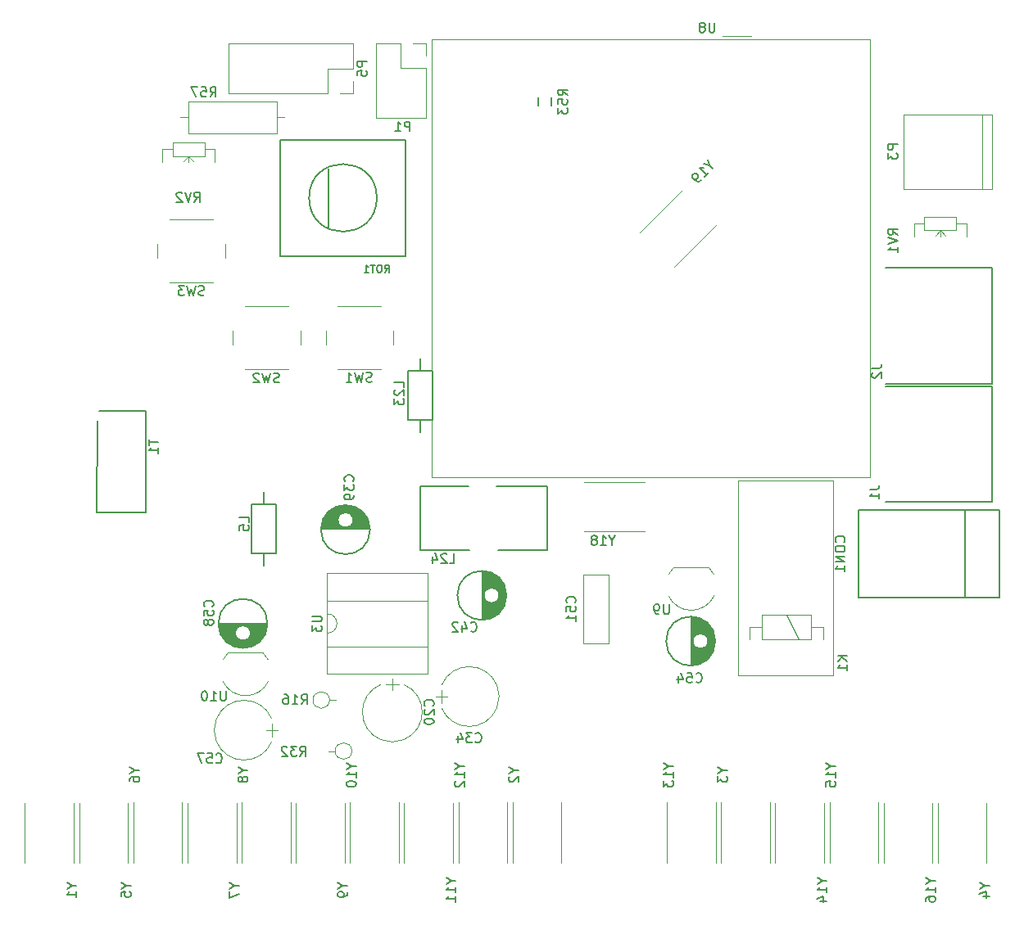
<source format=gbo>
G04 #@! TF.FileFunction,Legend,Bot*
%FSLAX46Y46*%
G04 Gerber Fmt 4.6, Leading zero omitted, Abs format (unit mm)*
G04 Created by KiCad (PCBNEW 4.0.3+e1-6302~38~ubuntu14.04.1-stable) date Sat Aug 26 04:58:37 2017*
%MOMM*%
%LPD*%
G01*
G04 APERTURE LIST*
%ADD10C,0.100000*%
%ADD11C,0.120000*%
%ADD12C,0.150000*%
%ADD13C,0.203200*%
%ADD14C,0.152400*%
G04 APERTURE END LIST*
D10*
D11*
X45200000Y-41020000D02*
X49700000Y-41020000D01*
X43950000Y-45020000D02*
X43950000Y-43520000D01*
X49700000Y-47520000D02*
X45200000Y-47520000D01*
X50950000Y-43520000D02*
X50950000Y-45020000D01*
D12*
X127450500Y-71099120D02*
X127450500Y-80100880D01*
X130950620Y-71099120D02*
X130950620Y-80100880D01*
X130950620Y-80100880D02*
X116449760Y-80100880D01*
X116449760Y-80100880D02*
X116449760Y-71099120D01*
X116449760Y-71099120D02*
X130950620Y-71099120D01*
X130250000Y-70250000D02*
X119250000Y-70250000D01*
X130250000Y-58250000D02*
X119250000Y-58250000D01*
X130250000Y-70250000D02*
X130250000Y-58250000D01*
X130250000Y-58000000D02*
X119250000Y-58000000D01*
X130250000Y-46000000D02*
X119250000Y-46000000D01*
X130250000Y-58000000D02*
X130250000Y-46000000D01*
X56220000Y-75560000D02*
X56220000Y-70480000D01*
X56220000Y-70480000D02*
X53680000Y-70480000D01*
X53680000Y-70480000D02*
X53680000Y-75560000D01*
X53680000Y-75560000D02*
X56220000Y-75560000D01*
X54950000Y-75560000D02*
X54950000Y-76830000D01*
X54950000Y-70480000D02*
X54950000Y-69210000D01*
X37730000Y-61800000D02*
X37720000Y-71300000D01*
X37720000Y-71300000D02*
X42760000Y-71300000D01*
X42760000Y-71300000D02*
X42760000Y-60790000D01*
X42760000Y-60790000D02*
X37920000Y-60790000D01*
D11*
X35325000Y-107585000D02*
X35325000Y-101335000D01*
X30275000Y-107585000D02*
X30275000Y-101335000D01*
X80675000Y-101315000D02*
X80675000Y-107565000D01*
X85725000Y-101315000D02*
X85725000Y-107565000D01*
X102225000Y-101315000D02*
X102225000Y-107565000D01*
X107275000Y-101315000D02*
X107275000Y-107565000D01*
X129675000Y-107585000D02*
X129675000Y-101335000D01*
X124625000Y-107585000D02*
X124625000Y-101335000D01*
X40925000Y-107585000D02*
X40925000Y-101335000D01*
X35875000Y-107585000D02*
X35875000Y-101335000D01*
X41475000Y-101315000D02*
X41475000Y-107565000D01*
X46525000Y-101315000D02*
X46525000Y-107565000D01*
X52125000Y-107585000D02*
X52125000Y-101335000D01*
X47075000Y-107585000D02*
X47075000Y-101335000D01*
X52675000Y-101315000D02*
X52675000Y-107565000D01*
X57725000Y-101315000D02*
X57725000Y-107565000D01*
X63325000Y-107585000D02*
X63325000Y-101335000D01*
X58275000Y-107585000D02*
X58275000Y-101335000D01*
X63875000Y-101315000D02*
X63875000Y-107565000D01*
X68925000Y-101315000D02*
X68925000Y-107565000D01*
X74525000Y-107585000D02*
X74525000Y-101335000D01*
X69475000Y-107585000D02*
X69475000Y-101335000D01*
X75075000Y-101315000D02*
X75075000Y-107565000D01*
X80125000Y-101315000D02*
X80125000Y-107565000D01*
X96625000Y-101315000D02*
X96625000Y-107565000D01*
X101675000Y-101315000D02*
X101675000Y-107565000D01*
X112875000Y-107585000D02*
X112875000Y-101335000D01*
X107825000Y-107585000D02*
X107825000Y-101335000D01*
X113425000Y-101315000D02*
X113425000Y-107565000D01*
X118475000Y-101315000D02*
X118475000Y-107565000D01*
X124075000Y-107585000D02*
X124075000Y-101335000D01*
X119025000Y-107585000D02*
X119025000Y-101335000D01*
X51280000Y-85830000D02*
X54880000Y-85830000D01*
X50755816Y-86557205D02*
G75*
G02X51280000Y-85830000I2324184J-1122795D01*
G01*
X50723600Y-88778807D02*
G75*
G03X53080000Y-90280000I2356400J1098807D01*
G01*
X55436400Y-88778807D02*
G75*
G02X53080000Y-90280000I-2356400J1098807D01*
G01*
X55404184Y-86557205D02*
G75*
G03X54880000Y-85830000I-2324184J-1122795D01*
G01*
X123240000Y-41390000D02*
X122220000Y-41390000D01*
X122220000Y-41390000D02*
X122220000Y-42790000D01*
X126540000Y-41390000D02*
X127560000Y-41390000D01*
X127560000Y-41390000D02*
X127560000Y-42790000D01*
X124890000Y-42150000D02*
X124890000Y-42790000D01*
X124890000Y-42150000D02*
X124380000Y-42660000D01*
X124890000Y-42150000D02*
X125400000Y-42660000D01*
X126540000Y-42150000D02*
X126540000Y-40750000D01*
X126540000Y-40750000D02*
X123240000Y-40750000D01*
X123240000Y-40750000D02*
X123240000Y-42150000D01*
X123240000Y-42150000D02*
X126540000Y-42150000D01*
X61510000Y-81810000D02*
X61510000Y-80440000D01*
X61510000Y-80440000D02*
X71910000Y-80440000D01*
X71910000Y-80440000D02*
X71910000Y-85180000D01*
X71910000Y-85180000D02*
X61510000Y-85180000D01*
X61510000Y-85180000D02*
X61510000Y-83810000D01*
X61510000Y-77610000D02*
X71910000Y-77610000D01*
X71910000Y-77610000D02*
X71910000Y-88010000D01*
X71910000Y-88010000D02*
X61510000Y-88010000D01*
X61510000Y-88010000D02*
X61510000Y-77610000D01*
X61510000Y-83810000D02*
G75*
G03X61510000Y-81810000I0J1000000D01*
G01*
X97340000Y-76990000D02*
X100940000Y-76990000D01*
X96815816Y-77717205D02*
G75*
G02X97340000Y-76990000I2324184J-1122795D01*
G01*
X96783600Y-79938807D02*
G75*
G03X99140000Y-81440000I2356400J1098807D01*
G01*
X101496400Y-79938807D02*
G75*
G02X99140000Y-81440000I-2356400J1098807D01*
G01*
X101464184Y-77717205D02*
G75*
G03X100940000Y-76990000I-2324184J-1122795D01*
G01*
D12*
X65899000Y-73025000D02*
X60901000Y-73025000D01*
X65891000Y-72885000D02*
X63554000Y-72885000D01*
X63246000Y-72885000D02*
X60909000Y-72885000D01*
X65875000Y-72745000D02*
X63873000Y-72745000D01*
X62927000Y-72745000D02*
X60925000Y-72745000D01*
X65851000Y-72605000D02*
X64020000Y-72605000D01*
X62780000Y-72605000D02*
X60949000Y-72605000D01*
X65818000Y-72465000D02*
X64112000Y-72465000D01*
X62688000Y-72465000D02*
X60982000Y-72465000D01*
X65777000Y-72325000D02*
X64168000Y-72325000D01*
X62632000Y-72325000D02*
X61023000Y-72325000D01*
X65727000Y-72185000D02*
X64195000Y-72185000D01*
X62605000Y-72185000D02*
X61073000Y-72185000D01*
X65666000Y-72045000D02*
X64198000Y-72045000D01*
X62602000Y-72045000D02*
X61134000Y-72045000D01*
X65596000Y-71905000D02*
X64176000Y-71905000D01*
X62624000Y-71905000D02*
X61204000Y-71905000D01*
X65514000Y-71765000D02*
X64126000Y-71765000D01*
X62674000Y-71765000D02*
X61286000Y-71765000D01*
X65419000Y-71625000D02*
X64044000Y-71625000D01*
X62756000Y-71625000D02*
X61381000Y-71625000D01*
X65308000Y-71485000D02*
X63912000Y-71485000D01*
X62888000Y-71485000D02*
X61492000Y-71485000D01*
X65180000Y-71345000D02*
X63665000Y-71345000D01*
X63135000Y-71345000D02*
X61620000Y-71345000D01*
X65031000Y-71205000D02*
X61769000Y-71205000D01*
X64852000Y-71065000D02*
X61948000Y-71065000D01*
X64633000Y-70925000D02*
X62167000Y-70925000D01*
X64344000Y-70785000D02*
X62456000Y-70785000D01*
X63872000Y-70645000D02*
X62928000Y-70645000D01*
X64200000Y-72100000D02*
G75*
G03X64200000Y-72100000I-800000J0D01*
G01*
X65937500Y-73100000D02*
G75*
G03X65937500Y-73100000I-2537500J0D01*
G01*
X50301000Y-82875000D02*
X55299000Y-82875000D01*
X50309000Y-83015000D02*
X52646000Y-83015000D01*
X52954000Y-83015000D02*
X55291000Y-83015000D01*
X50325000Y-83155000D02*
X52327000Y-83155000D01*
X53273000Y-83155000D02*
X55275000Y-83155000D01*
X50349000Y-83295000D02*
X52180000Y-83295000D01*
X53420000Y-83295000D02*
X55251000Y-83295000D01*
X50382000Y-83435000D02*
X52088000Y-83435000D01*
X53512000Y-83435000D02*
X55218000Y-83435000D01*
X50423000Y-83575000D02*
X52032000Y-83575000D01*
X53568000Y-83575000D02*
X55177000Y-83575000D01*
X50473000Y-83715000D02*
X52005000Y-83715000D01*
X53595000Y-83715000D02*
X55127000Y-83715000D01*
X50534000Y-83855000D02*
X52002000Y-83855000D01*
X53598000Y-83855000D02*
X55066000Y-83855000D01*
X50604000Y-83995000D02*
X52024000Y-83995000D01*
X53576000Y-83995000D02*
X54996000Y-83995000D01*
X50686000Y-84135000D02*
X52074000Y-84135000D01*
X53526000Y-84135000D02*
X54914000Y-84135000D01*
X50781000Y-84275000D02*
X52156000Y-84275000D01*
X53444000Y-84275000D02*
X54819000Y-84275000D01*
X50892000Y-84415000D02*
X52288000Y-84415000D01*
X53312000Y-84415000D02*
X54708000Y-84415000D01*
X51020000Y-84555000D02*
X52535000Y-84555000D01*
X53065000Y-84555000D02*
X54580000Y-84555000D01*
X51169000Y-84695000D02*
X54431000Y-84695000D01*
X51348000Y-84835000D02*
X54252000Y-84835000D01*
X51567000Y-84975000D02*
X54033000Y-84975000D01*
X51856000Y-85115000D02*
X53744000Y-85115000D01*
X52328000Y-85255000D02*
X53272000Y-85255000D01*
X53600000Y-83800000D02*
G75*
G03X53600000Y-83800000I-800000J0D01*
G01*
X55337500Y-82800000D02*
G75*
G03X55337500Y-82800000I-2537500J0D01*
G01*
X99155000Y-87129000D02*
X99155000Y-82131000D01*
X99295000Y-87121000D02*
X99295000Y-84784000D01*
X99295000Y-84476000D02*
X99295000Y-82139000D01*
X99435000Y-87105000D02*
X99435000Y-85103000D01*
X99435000Y-84157000D02*
X99435000Y-82155000D01*
X99575000Y-87081000D02*
X99575000Y-85250000D01*
X99575000Y-84010000D02*
X99575000Y-82179000D01*
X99715000Y-87048000D02*
X99715000Y-85342000D01*
X99715000Y-83918000D02*
X99715000Y-82212000D01*
X99855000Y-87007000D02*
X99855000Y-85398000D01*
X99855000Y-83862000D02*
X99855000Y-82253000D01*
X99995000Y-86957000D02*
X99995000Y-85425000D01*
X99995000Y-83835000D02*
X99995000Y-82303000D01*
X100135000Y-86896000D02*
X100135000Y-85428000D01*
X100135000Y-83832000D02*
X100135000Y-82364000D01*
X100275000Y-86826000D02*
X100275000Y-85406000D01*
X100275000Y-83854000D02*
X100275000Y-82434000D01*
X100415000Y-86744000D02*
X100415000Y-85356000D01*
X100415000Y-83904000D02*
X100415000Y-82516000D01*
X100555000Y-86649000D02*
X100555000Y-85274000D01*
X100555000Y-83986000D02*
X100555000Y-82611000D01*
X100695000Y-86538000D02*
X100695000Y-85142000D01*
X100695000Y-84118000D02*
X100695000Y-82722000D01*
X100835000Y-86410000D02*
X100835000Y-84895000D01*
X100835000Y-84365000D02*
X100835000Y-82850000D01*
X100975000Y-86261000D02*
X100975000Y-82999000D01*
X101115000Y-86082000D02*
X101115000Y-83178000D01*
X101255000Y-85863000D02*
X101255000Y-83397000D01*
X101395000Y-85574000D02*
X101395000Y-83686000D01*
X101535000Y-85102000D02*
X101535000Y-84158000D01*
X100880000Y-84630000D02*
G75*
G03X100880000Y-84630000I-800000J0D01*
G01*
X101617500Y-84630000D02*
G75*
G03X101617500Y-84630000I-2537500J0D01*
G01*
X72370000Y-61760000D02*
X72370000Y-56680000D01*
X72370000Y-56680000D02*
X69830000Y-56680000D01*
X69830000Y-56680000D02*
X69830000Y-61760000D01*
X69830000Y-61760000D02*
X72370000Y-61760000D01*
X71100000Y-61760000D02*
X71100000Y-63030000D01*
X71100000Y-56680000D02*
X71100000Y-55410000D01*
D11*
X110210000Y-84460000D02*
X108940000Y-81920000D01*
X106400000Y-83190000D02*
X105130000Y-83190000D01*
X105130000Y-83190000D02*
X105130000Y-84460000D01*
X112750000Y-84460000D02*
X112750000Y-83190000D01*
X112750000Y-83190000D02*
X111480000Y-83190000D01*
X111480000Y-83190000D02*
X111480000Y-81920000D01*
X111480000Y-81920000D02*
X106400000Y-81920000D01*
X106400000Y-81920000D02*
X106400000Y-84460000D01*
X106400000Y-84460000D02*
X111480000Y-84460000D01*
X111480000Y-84460000D02*
X111480000Y-83190000D01*
X113840000Y-88210000D02*
X113840000Y-68010000D01*
X113840000Y-68010000D02*
X104040000Y-68010000D01*
X103980000Y-68010000D02*
X103980000Y-88210000D01*
X104040000Y-88210000D02*
X113840000Y-88210000D01*
X88065000Y-73275000D02*
X94315000Y-73275000D01*
X88065000Y-68225000D02*
X94315000Y-68225000D01*
D12*
X84250000Y-68646000D02*
X79043000Y-68646000D01*
X71169000Y-68646000D02*
X76122000Y-68646000D01*
X84250000Y-75250000D02*
X79170000Y-75250000D01*
X71169000Y-75250000D02*
X76249000Y-75250000D01*
X71169000Y-75250000D02*
X71169000Y-68646000D01*
X84250000Y-68646000D02*
X84250000Y-75250000D01*
X77575000Y-82399000D02*
X77575000Y-77401000D01*
X77715000Y-82391000D02*
X77715000Y-80054000D01*
X77715000Y-79746000D02*
X77715000Y-77409000D01*
X77855000Y-82375000D02*
X77855000Y-80373000D01*
X77855000Y-79427000D02*
X77855000Y-77425000D01*
X77995000Y-82351000D02*
X77995000Y-80520000D01*
X77995000Y-79280000D02*
X77995000Y-77449000D01*
X78135000Y-82318000D02*
X78135000Y-80612000D01*
X78135000Y-79188000D02*
X78135000Y-77482000D01*
X78275000Y-82277000D02*
X78275000Y-80668000D01*
X78275000Y-79132000D02*
X78275000Y-77523000D01*
X78415000Y-82227000D02*
X78415000Y-80695000D01*
X78415000Y-79105000D02*
X78415000Y-77573000D01*
X78555000Y-82166000D02*
X78555000Y-80698000D01*
X78555000Y-79102000D02*
X78555000Y-77634000D01*
X78695000Y-82096000D02*
X78695000Y-80676000D01*
X78695000Y-79124000D02*
X78695000Y-77704000D01*
X78835000Y-82014000D02*
X78835000Y-80626000D01*
X78835000Y-79174000D02*
X78835000Y-77786000D01*
X78975000Y-81919000D02*
X78975000Y-80544000D01*
X78975000Y-79256000D02*
X78975000Y-77881000D01*
X79115000Y-81808000D02*
X79115000Y-80412000D01*
X79115000Y-79388000D02*
X79115000Y-77992000D01*
X79255000Y-81680000D02*
X79255000Y-80165000D01*
X79255000Y-79635000D02*
X79255000Y-78120000D01*
X79395000Y-81531000D02*
X79395000Y-78269000D01*
X79535000Y-81352000D02*
X79535000Y-78448000D01*
X79675000Y-81133000D02*
X79675000Y-78667000D01*
X79815000Y-80844000D02*
X79815000Y-78956000D01*
X79955000Y-80372000D02*
X79955000Y-79428000D01*
X79300000Y-79900000D02*
G75*
G03X79300000Y-79900000I-800000J0D01*
G01*
X80037500Y-79900000D02*
G75*
G03X80037500Y-79900000I-2537500J0D01*
G01*
D11*
X71720000Y-30510000D02*
X66520000Y-30510000D01*
X71720000Y-25370000D02*
X71720000Y-30510000D01*
X66520000Y-22770000D02*
X66520000Y-30510000D01*
X71720000Y-25370000D02*
X69120000Y-25370000D01*
X69120000Y-25370000D02*
X69120000Y-22770000D01*
X69120000Y-22770000D02*
X66520000Y-22770000D01*
X71720000Y-24100000D02*
X71720000Y-22770000D01*
X71720000Y-22770000D02*
X70390000Y-22770000D01*
X98228924Y-37960187D02*
X93809506Y-42379605D01*
X101799813Y-41531076D02*
X97380395Y-45950494D01*
D13*
X61640000Y-41780000D02*
X61640000Y-35780000D01*
X66640000Y-38780000D02*
G75*
G03X66640000Y-38780000I-3500000J0D01*
G01*
X69640000Y-44780000D02*
X69640000Y-32780000D01*
X69640000Y-32780000D02*
X56640000Y-32780000D01*
X56640000Y-32780000D02*
X56640000Y-44780000D01*
X56640000Y-44780000D02*
X69640000Y-44780000D01*
D11*
X129250000Y-30150000D02*
X129250000Y-37850000D01*
X130250000Y-30150000D02*
X130250000Y-37850000D01*
X130250000Y-37850000D02*
X121050000Y-37850000D01*
X121050000Y-37850000D02*
X121050000Y-30150000D01*
X121050000Y-30150000D02*
X130250000Y-30150000D01*
D12*
X83345000Y-28410000D02*
X83345000Y-29210000D01*
X84695000Y-29210000D02*
X84695000Y-28410000D01*
D11*
X62600000Y-50000000D02*
X67100000Y-50000000D01*
X61350000Y-54000000D02*
X61350000Y-52500000D01*
X67100000Y-56500000D02*
X62600000Y-56500000D01*
X68350000Y-52500000D02*
X68350000Y-54000000D01*
X53000000Y-50000000D02*
X57500000Y-50000000D01*
X51750000Y-54000000D02*
X51750000Y-52500000D01*
X57500000Y-56500000D02*
X53000000Y-56500000D01*
X58750000Y-52500000D02*
X58750000Y-54000000D01*
X67060000Y-94825818D02*
G75*
G02X67060000Y-89114181I1180000J2855818D01*
G01*
X69420000Y-94825818D02*
G75*
G03X69420000Y-89114181I-1180000J2855818D01*
G01*
X69420000Y-94825818D02*
G75*
G02X67060000Y-94825819I-1180000J2855818D01*
G01*
X68240000Y-88520000D02*
X68240000Y-89720000D01*
X67590000Y-89120000D02*
X68890000Y-89120000D01*
X79045818Y-91540000D02*
G75*
G02X73334181Y-91540000I-2855818J1180000D01*
G01*
X79045818Y-89180000D02*
G75*
G03X73334181Y-89180000I-2855818J-1180000D01*
G01*
X79045818Y-89180000D02*
G75*
G02X79045819Y-91540000I-2855818J-1180000D01*
G01*
X72740000Y-90360000D02*
X73940000Y-90360000D01*
X73340000Y-91010000D02*
X73340000Y-89710000D01*
X50064182Y-92660000D02*
G75*
G02X55775819Y-92660000I2855818J-1180000D01*
G01*
X50064182Y-95020000D02*
G75*
G03X55775819Y-95020000I2855818J1180000D01*
G01*
X50064182Y-95020000D02*
G75*
G02X50064181Y-92660000I2855818J1180000D01*
G01*
X56370000Y-93840000D02*
X55170000Y-93840000D01*
X55770000Y-93190000D02*
X55770000Y-94490000D01*
X45520000Y-33710000D02*
X44500000Y-33710000D01*
X44500000Y-33710000D02*
X44500000Y-35110000D01*
X48820000Y-33710000D02*
X49840000Y-33710000D01*
X49840000Y-33710000D02*
X49840000Y-35110000D01*
X47170000Y-34470000D02*
X47170000Y-35110000D01*
X47170000Y-34470000D02*
X46660000Y-34980000D01*
X47170000Y-34470000D02*
X47680000Y-34980000D01*
X48820000Y-34470000D02*
X48820000Y-33070000D01*
X48820000Y-33070000D02*
X45520000Y-33070000D01*
X45520000Y-33070000D02*
X45520000Y-34470000D01*
X45520000Y-34470000D02*
X48820000Y-34470000D01*
X51350000Y-28010000D02*
X51350000Y-22810000D01*
X61570000Y-28010000D02*
X51350000Y-28010000D01*
X64170000Y-22810000D02*
X51350000Y-22810000D01*
X61570000Y-28010000D02*
X61570000Y-25410000D01*
X61570000Y-25410000D02*
X64170000Y-25410000D01*
X64170000Y-25410000D02*
X64170000Y-22810000D01*
X62840000Y-28010000D02*
X64170000Y-28010000D01*
X64170000Y-28010000D02*
X64170000Y-26680000D01*
X88010000Y-77730000D02*
X88010000Y-84850000D01*
X90630000Y-77730000D02*
X90630000Y-84850000D01*
X88010000Y-77730000D02*
X90630000Y-77730000D01*
X88010000Y-84850000D02*
X90630000Y-84850000D01*
X64060000Y-96000000D02*
G75*
G03X64060000Y-96000000I-860000J0D01*
G01*
X62340000Y-96000000D02*
X61660000Y-96000000D01*
X61760000Y-90720000D02*
G75*
G03X61760000Y-90720000I-860000J0D01*
G01*
X61760000Y-90720000D02*
X62440000Y-90720000D01*
X117610000Y-67670000D02*
X72330000Y-67670000D01*
X72330000Y-22390000D02*
X72330000Y-67670000D01*
X72330000Y-22390000D02*
X117610000Y-22390000D01*
X117610000Y-22390000D02*
X117610000Y-67670000D01*
X103100000Y-22390000D02*
X102310000Y-22390000D01*
X105360000Y-22030000D02*
X102360000Y-22030000D01*
X47160000Y-32110000D02*
X47160000Y-28790000D01*
X47160000Y-28790000D02*
X56280000Y-28790000D01*
X56280000Y-28790000D02*
X56280000Y-32110000D01*
X56280000Y-32110000D02*
X47160000Y-32110000D01*
X46350000Y-30450000D02*
X47160000Y-30450000D01*
X57090000Y-30450000D02*
X56280000Y-30450000D01*
D12*
X48793333Y-48834762D02*
X48650476Y-48882381D01*
X48412380Y-48882381D01*
X48317142Y-48834762D01*
X48269523Y-48787143D01*
X48221904Y-48691905D01*
X48221904Y-48596667D01*
X48269523Y-48501429D01*
X48317142Y-48453810D01*
X48412380Y-48406190D01*
X48602857Y-48358571D01*
X48698095Y-48310952D01*
X48745714Y-48263333D01*
X48793333Y-48168095D01*
X48793333Y-48072857D01*
X48745714Y-47977619D01*
X48698095Y-47930000D01*
X48602857Y-47882381D01*
X48364761Y-47882381D01*
X48221904Y-47930000D01*
X47888571Y-47882381D02*
X47650476Y-48882381D01*
X47459999Y-48168095D01*
X47269523Y-48882381D01*
X47031428Y-47882381D01*
X46745714Y-47882381D02*
X46126666Y-47882381D01*
X46460000Y-48263333D01*
X46317142Y-48263333D01*
X46221904Y-48310952D01*
X46174285Y-48358571D01*
X46126666Y-48453810D01*
X46126666Y-48691905D01*
X46174285Y-48787143D01*
X46221904Y-48834762D01*
X46317142Y-48882381D01*
X46602857Y-48882381D01*
X46698095Y-48834762D01*
X46745714Y-48787143D01*
X114917143Y-74375715D02*
X114964762Y-74328096D01*
X115012381Y-74185239D01*
X115012381Y-74090001D01*
X114964762Y-73947143D01*
X114869524Y-73851905D01*
X114774286Y-73804286D01*
X114583810Y-73756667D01*
X114440952Y-73756667D01*
X114250476Y-73804286D01*
X114155238Y-73851905D01*
X114060000Y-73947143D01*
X114012381Y-74090001D01*
X114012381Y-74185239D01*
X114060000Y-74328096D01*
X114107619Y-74375715D01*
X114012381Y-74994762D02*
X114012381Y-75185239D01*
X114060000Y-75280477D01*
X114155238Y-75375715D01*
X114345714Y-75423334D01*
X114679048Y-75423334D01*
X114869524Y-75375715D01*
X114964762Y-75280477D01*
X115012381Y-75185239D01*
X115012381Y-74994762D01*
X114964762Y-74899524D01*
X114869524Y-74804286D01*
X114679048Y-74756667D01*
X114345714Y-74756667D01*
X114155238Y-74804286D01*
X114060000Y-74899524D01*
X114012381Y-74994762D01*
X115012381Y-75851905D02*
X114012381Y-75851905D01*
X115012381Y-76423334D01*
X114012381Y-76423334D01*
X115012381Y-77423334D02*
X115012381Y-76851905D01*
X115012381Y-77137619D02*
X114012381Y-77137619D01*
X114155238Y-77042381D01*
X114250476Y-76947143D01*
X114298095Y-76851905D01*
X117572381Y-68916667D02*
X118286667Y-68916667D01*
X118429524Y-68869047D01*
X118524762Y-68773809D01*
X118572381Y-68630952D01*
X118572381Y-68535714D01*
X118572381Y-69916667D02*
X118572381Y-69345238D01*
X118572381Y-69630952D02*
X117572381Y-69630952D01*
X117715238Y-69535714D01*
X117810476Y-69440476D01*
X117858095Y-69345238D01*
X117812381Y-56416667D02*
X118526667Y-56416667D01*
X118669524Y-56369047D01*
X118764762Y-56273809D01*
X118812381Y-56130952D01*
X118812381Y-56035714D01*
X117907619Y-56845238D02*
X117860000Y-56892857D01*
X117812381Y-56988095D01*
X117812381Y-57226191D01*
X117860000Y-57321429D01*
X117907619Y-57369048D01*
X118002857Y-57416667D01*
X118098095Y-57416667D01*
X118240952Y-57369048D01*
X118812381Y-56797619D01*
X118812381Y-57416667D01*
X53427381Y-72333334D02*
X53427381Y-71857143D01*
X52427381Y-71857143D01*
X52427381Y-73142858D02*
X52427381Y-72666667D01*
X52903571Y-72619048D01*
X52855952Y-72666667D01*
X52808333Y-72761905D01*
X52808333Y-73000001D01*
X52855952Y-73095239D01*
X52903571Y-73142858D01*
X52998810Y-73190477D01*
X53236905Y-73190477D01*
X53332143Y-73142858D01*
X53379762Y-73095239D01*
X53427381Y-73000001D01*
X53427381Y-72761905D01*
X53379762Y-72666667D01*
X53332143Y-72619048D01*
X43072381Y-63778095D02*
X43072381Y-64349524D01*
X44072381Y-64063809D02*
X43072381Y-64063809D01*
X44072381Y-65206667D02*
X44072381Y-64635238D01*
X44072381Y-64920952D02*
X43072381Y-64920952D01*
X43215238Y-64825714D01*
X43310476Y-64730476D01*
X43358095Y-64635238D01*
X35126190Y-109923809D02*
X35602381Y-109923809D01*
X34602381Y-109590476D02*
X35126190Y-109923809D01*
X34602381Y-110257143D01*
X35602381Y-111114286D02*
X35602381Y-110542857D01*
X35602381Y-110828571D02*
X34602381Y-110828571D01*
X34745238Y-110733333D01*
X34840476Y-110638095D01*
X34888095Y-110542857D01*
X80826190Y-98023809D02*
X81302381Y-98023809D01*
X80302381Y-97690476D02*
X80826190Y-98023809D01*
X80302381Y-98357143D01*
X80397619Y-98642857D02*
X80350000Y-98690476D01*
X80302381Y-98785714D01*
X80302381Y-99023810D01*
X80350000Y-99119048D01*
X80397619Y-99166667D01*
X80492857Y-99214286D01*
X80588095Y-99214286D01*
X80730952Y-99166667D01*
X81302381Y-98595238D01*
X81302381Y-99214286D01*
X102376190Y-98023809D02*
X102852381Y-98023809D01*
X101852381Y-97690476D02*
X102376190Y-98023809D01*
X101852381Y-98357143D01*
X101852381Y-98595238D02*
X101852381Y-99214286D01*
X102233333Y-98880952D01*
X102233333Y-99023810D01*
X102280952Y-99119048D01*
X102328571Y-99166667D01*
X102423810Y-99214286D01*
X102661905Y-99214286D01*
X102757143Y-99166667D01*
X102804762Y-99119048D01*
X102852381Y-99023810D01*
X102852381Y-98738095D01*
X102804762Y-98642857D01*
X102757143Y-98595238D01*
X129476190Y-109923809D02*
X129952381Y-109923809D01*
X128952381Y-109590476D02*
X129476190Y-109923809D01*
X128952381Y-110257143D01*
X129285714Y-111019048D02*
X129952381Y-111019048D01*
X128904762Y-110780952D02*
X129619048Y-110542857D01*
X129619048Y-111161905D01*
X40726190Y-109923809D02*
X41202381Y-109923809D01*
X40202381Y-109590476D02*
X40726190Y-109923809D01*
X40202381Y-110257143D01*
X40202381Y-111066667D02*
X40202381Y-110590476D01*
X40678571Y-110542857D01*
X40630952Y-110590476D01*
X40583333Y-110685714D01*
X40583333Y-110923810D01*
X40630952Y-111019048D01*
X40678571Y-111066667D01*
X40773810Y-111114286D01*
X41011905Y-111114286D01*
X41107143Y-111066667D01*
X41154762Y-111019048D01*
X41202381Y-110923810D01*
X41202381Y-110685714D01*
X41154762Y-110590476D01*
X41107143Y-110542857D01*
X41626190Y-98023809D02*
X42102381Y-98023809D01*
X41102381Y-97690476D02*
X41626190Y-98023809D01*
X41102381Y-98357143D01*
X41102381Y-99119048D02*
X41102381Y-98928571D01*
X41150000Y-98833333D01*
X41197619Y-98785714D01*
X41340476Y-98690476D01*
X41530952Y-98642857D01*
X41911905Y-98642857D01*
X42007143Y-98690476D01*
X42054762Y-98738095D01*
X42102381Y-98833333D01*
X42102381Y-99023810D01*
X42054762Y-99119048D01*
X42007143Y-99166667D01*
X41911905Y-99214286D01*
X41673810Y-99214286D01*
X41578571Y-99166667D01*
X41530952Y-99119048D01*
X41483333Y-99023810D01*
X41483333Y-98833333D01*
X41530952Y-98738095D01*
X41578571Y-98690476D01*
X41673810Y-98642857D01*
X51926190Y-109923809D02*
X52402381Y-109923809D01*
X51402381Y-109590476D02*
X51926190Y-109923809D01*
X51402381Y-110257143D01*
X51402381Y-110495238D02*
X51402381Y-111161905D01*
X52402381Y-110733333D01*
X52826190Y-98023809D02*
X53302381Y-98023809D01*
X52302381Y-97690476D02*
X52826190Y-98023809D01*
X52302381Y-98357143D01*
X52730952Y-98833333D02*
X52683333Y-98738095D01*
X52635714Y-98690476D01*
X52540476Y-98642857D01*
X52492857Y-98642857D01*
X52397619Y-98690476D01*
X52350000Y-98738095D01*
X52302381Y-98833333D01*
X52302381Y-99023810D01*
X52350000Y-99119048D01*
X52397619Y-99166667D01*
X52492857Y-99214286D01*
X52540476Y-99214286D01*
X52635714Y-99166667D01*
X52683333Y-99119048D01*
X52730952Y-99023810D01*
X52730952Y-98833333D01*
X52778571Y-98738095D01*
X52826190Y-98690476D01*
X52921429Y-98642857D01*
X53111905Y-98642857D01*
X53207143Y-98690476D01*
X53254762Y-98738095D01*
X53302381Y-98833333D01*
X53302381Y-99023810D01*
X53254762Y-99119048D01*
X53207143Y-99166667D01*
X53111905Y-99214286D01*
X52921429Y-99214286D01*
X52826190Y-99166667D01*
X52778571Y-99119048D01*
X52730952Y-99023810D01*
X63126190Y-109923809D02*
X63602381Y-109923809D01*
X62602381Y-109590476D02*
X63126190Y-109923809D01*
X62602381Y-110257143D01*
X63602381Y-110638095D02*
X63602381Y-110828571D01*
X63554762Y-110923810D01*
X63507143Y-110971429D01*
X63364286Y-111066667D01*
X63173810Y-111114286D01*
X62792857Y-111114286D01*
X62697619Y-111066667D01*
X62650000Y-111019048D01*
X62602381Y-110923810D01*
X62602381Y-110733333D01*
X62650000Y-110638095D01*
X62697619Y-110590476D01*
X62792857Y-110542857D01*
X63030952Y-110542857D01*
X63126190Y-110590476D01*
X63173810Y-110638095D01*
X63221429Y-110733333D01*
X63221429Y-110923810D01*
X63173810Y-111019048D01*
X63126190Y-111066667D01*
X63030952Y-111114286D01*
X64026190Y-97547619D02*
X64502381Y-97547619D01*
X63502381Y-97214286D02*
X64026190Y-97547619D01*
X63502381Y-97880953D01*
X64502381Y-98738096D02*
X64502381Y-98166667D01*
X64502381Y-98452381D02*
X63502381Y-98452381D01*
X63645238Y-98357143D01*
X63740476Y-98261905D01*
X63788095Y-98166667D01*
X63502381Y-99357143D02*
X63502381Y-99452382D01*
X63550000Y-99547620D01*
X63597619Y-99595239D01*
X63692857Y-99642858D01*
X63883333Y-99690477D01*
X64121429Y-99690477D01*
X64311905Y-99642858D01*
X64407143Y-99595239D01*
X64454762Y-99547620D01*
X64502381Y-99452382D01*
X64502381Y-99357143D01*
X64454762Y-99261905D01*
X64407143Y-99214286D01*
X64311905Y-99166667D01*
X64121429Y-99119048D01*
X63883333Y-99119048D01*
X63692857Y-99166667D01*
X63597619Y-99214286D01*
X63550000Y-99261905D01*
X63502381Y-99357143D01*
X74326190Y-109447619D02*
X74802381Y-109447619D01*
X73802381Y-109114286D02*
X74326190Y-109447619D01*
X73802381Y-109780953D01*
X74802381Y-110638096D02*
X74802381Y-110066667D01*
X74802381Y-110352381D02*
X73802381Y-110352381D01*
X73945238Y-110257143D01*
X74040476Y-110161905D01*
X74088095Y-110066667D01*
X74802381Y-111590477D02*
X74802381Y-111019048D01*
X74802381Y-111304762D02*
X73802381Y-111304762D01*
X73945238Y-111209524D01*
X74040476Y-111114286D01*
X74088095Y-111019048D01*
X75226190Y-97547619D02*
X75702381Y-97547619D01*
X74702381Y-97214286D02*
X75226190Y-97547619D01*
X74702381Y-97880953D01*
X75702381Y-98738096D02*
X75702381Y-98166667D01*
X75702381Y-98452381D02*
X74702381Y-98452381D01*
X74845238Y-98357143D01*
X74940476Y-98261905D01*
X74988095Y-98166667D01*
X74797619Y-99119048D02*
X74750000Y-99166667D01*
X74702381Y-99261905D01*
X74702381Y-99500001D01*
X74750000Y-99595239D01*
X74797619Y-99642858D01*
X74892857Y-99690477D01*
X74988095Y-99690477D01*
X75130952Y-99642858D01*
X75702381Y-99071429D01*
X75702381Y-99690477D01*
X96776190Y-97547619D02*
X97252381Y-97547619D01*
X96252381Y-97214286D02*
X96776190Y-97547619D01*
X96252381Y-97880953D01*
X97252381Y-98738096D02*
X97252381Y-98166667D01*
X97252381Y-98452381D02*
X96252381Y-98452381D01*
X96395238Y-98357143D01*
X96490476Y-98261905D01*
X96538095Y-98166667D01*
X96252381Y-99071429D02*
X96252381Y-99690477D01*
X96633333Y-99357143D01*
X96633333Y-99500001D01*
X96680952Y-99595239D01*
X96728571Y-99642858D01*
X96823810Y-99690477D01*
X97061905Y-99690477D01*
X97157143Y-99642858D01*
X97204762Y-99595239D01*
X97252381Y-99500001D01*
X97252381Y-99214286D01*
X97204762Y-99119048D01*
X97157143Y-99071429D01*
X112676190Y-109447619D02*
X113152381Y-109447619D01*
X112152381Y-109114286D02*
X112676190Y-109447619D01*
X112152381Y-109780953D01*
X113152381Y-110638096D02*
X113152381Y-110066667D01*
X113152381Y-110352381D02*
X112152381Y-110352381D01*
X112295238Y-110257143D01*
X112390476Y-110161905D01*
X112438095Y-110066667D01*
X112485714Y-111495239D02*
X113152381Y-111495239D01*
X112104762Y-111257143D02*
X112819048Y-111019048D01*
X112819048Y-111638096D01*
X113576190Y-97547619D02*
X114052381Y-97547619D01*
X113052381Y-97214286D02*
X113576190Y-97547619D01*
X113052381Y-97880953D01*
X114052381Y-98738096D02*
X114052381Y-98166667D01*
X114052381Y-98452381D02*
X113052381Y-98452381D01*
X113195238Y-98357143D01*
X113290476Y-98261905D01*
X113338095Y-98166667D01*
X113052381Y-99642858D02*
X113052381Y-99166667D01*
X113528571Y-99119048D01*
X113480952Y-99166667D01*
X113433333Y-99261905D01*
X113433333Y-99500001D01*
X113480952Y-99595239D01*
X113528571Y-99642858D01*
X113623810Y-99690477D01*
X113861905Y-99690477D01*
X113957143Y-99642858D01*
X114004762Y-99595239D01*
X114052381Y-99500001D01*
X114052381Y-99261905D01*
X114004762Y-99166667D01*
X113957143Y-99119048D01*
X123876190Y-109447619D02*
X124352381Y-109447619D01*
X123352381Y-109114286D02*
X123876190Y-109447619D01*
X123352381Y-109780953D01*
X124352381Y-110638096D02*
X124352381Y-110066667D01*
X124352381Y-110352381D02*
X123352381Y-110352381D01*
X123495238Y-110257143D01*
X123590476Y-110161905D01*
X123638095Y-110066667D01*
X123352381Y-111495239D02*
X123352381Y-111304762D01*
X123400000Y-111209524D01*
X123447619Y-111161905D01*
X123590476Y-111066667D01*
X123780952Y-111019048D01*
X124161905Y-111019048D01*
X124257143Y-111066667D01*
X124304762Y-111114286D01*
X124352381Y-111209524D01*
X124352381Y-111400001D01*
X124304762Y-111495239D01*
X124257143Y-111542858D01*
X124161905Y-111590477D01*
X123923810Y-111590477D01*
X123828571Y-111542858D01*
X123780952Y-111495239D01*
X123733333Y-111400001D01*
X123733333Y-111209524D01*
X123780952Y-111114286D01*
X123828571Y-111066667D01*
X123923810Y-111019048D01*
X51058095Y-89772381D02*
X51058095Y-90581905D01*
X51010476Y-90677143D01*
X50962857Y-90724762D01*
X50867619Y-90772381D01*
X50677142Y-90772381D01*
X50581904Y-90724762D01*
X50534285Y-90677143D01*
X50486666Y-90581905D01*
X50486666Y-89772381D01*
X49486666Y-90772381D02*
X50058095Y-90772381D01*
X49772381Y-90772381D02*
X49772381Y-89772381D01*
X49867619Y-89915238D01*
X49962857Y-90010476D01*
X50058095Y-90058095D01*
X48867619Y-89772381D02*
X48772380Y-89772381D01*
X48677142Y-89820000D01*
X48629523Y-89867619D01*
X48581904Y-89962857D01*
X48534285Y-90153333D01*
X48534285Y-90391429D01*
X48581904Y-90581905D01*
X48629523Y-90677143D01*
X48677142Y-90724762D01*
X48772380Y-90772381D01*
X48867619Y-90772381D01*
X48962857Y-90724762D01*
X49010476Y-90677143D01*
X49058095Y-90581905D01*
X49105714Y-90391429D01*
X49105714Y-90153333D01*
X49058095Y-89962857D01*
X49010476Y-89867619D01*
X48962857Y-89820000D01*
X48867619Y-89772381D01*
X120482381Y-42614762D02*
X120006190Y-42281428D01*
X120482381Y-42043333D02*
X119482381Y-42043333D01*
X119482381Y-42424286D01*
X119530000Y-42519524D01*
X119577619Y-42567143D01*
X119672857Y-42614762D01*
X119815714Y-42614762D01*
X119910952Y-42567143D01*
X119958571Y-42519524D01*
X120006190Y-42424286D01*
X120006190Y-42043333D01*
X119482381Y-42900476D02*
X120482381Y-43233809D01*
X119482381Y-43567143D01*
X120482381Y-44424286D02*
X120482381Y-43852857D01*
X120482381Y-44138571D02*
X119482381Y-44138571D01*
X119625238Y-44043333D01*
X119720476Y-43948095D01*
X119768095Y-43852857D01*
X59962381Y-82048095D02*
X60771905Y-82048095D01*
X60867143Y-82095714D01*
X60914762Y-82143333D01*
X60962381Y-82238571D01*
X60962381Y-82429048D01*
X60914762Y-82524286D01*
X60867143Y-82571905D01*
X60771905Y-82619524D01*
X59962381Y-82619524D01*
X59962381Y-83000476D02*
X59962381Y-83619524D01*
X60343333Y-83286190D01*
X60343333Y-83429048D01*
X60390952Y-83524286D01*
X60438571Y-83571905D01*
X60533810Y-83619524D01*
X60771905Y-83619524D01*
X60867143Y-83571905D01*
X60914762Y-83524286D01*
X60962381Y-83429048D01*
X60962381Y-83143333D01*
X60914762Y-83048095D01*
X60867143Y-83000476D01*
X96851905Y-80832381D02*
X96851905Y-81641905D01*
X96804286Y-81737143D01*
X96756667Y-81784762D01*
X96661429Y-81832381D01*
X96470952Y-81832381D01*
X96375714Y-81784762D01*
X96328095Y-81737143D01*
X96280476Y-81641905D01*
X96280476Y-80832381D01*
X95756667Y-81832381D02*
X95566191Y-81832381D01*
X95470952Y-81784762D01*
X95423333Y-81737143D01*
X95328095Y-81594286D01*
X95280476Y-81403810D01*
X95280476Y-81022857D01*
X95328095Y-80927619D01*
X95375714Y-80880000D01*
X95470952Y-80832381D01*
X95661429Y-80832381D01*
X95756667Y-80880000D01*
X95804286Y-80927619D01*
X95851905Y-81022857D01*
X95851905Y-81260952D01*
X95804286Y-81356190D01*
X95756667Y-81403810D01*
X95661429Y-81451429D01*
X95470952Y-81451429D01*
X95375714Y-81403810D01*
X95328095Y-81356190D01*
X95280476Y-81260952D01*
X64157143Y-68082143D02*
X64204762Y-68034524D01*
X64252381Y-67891667D01*
X64252381Y-67796429D01*
X64204762Y-67653571D01*
X64109524Y-67558333D01*
X64014286Y-67510714D01*
X63823810Y-67463095D01*
X63680952Y-67463095D01*
X63490476Y-67510714D01*
X63395238Y-67558333D01*
X63300000Y-67653571D01*
X63252381Y-67796429D01*
X63252381Y-67891667D01*
X63300000Y-68034524D01*
X63347619Y-68082143D01*
X63252381Y-68415476D02*
X63252381Y-69034524D01*
X63633333Y-68701190D01*
X63633333Y-68844048D01*
X63680952Y-68939286D01*
X63728571Y-68986905D01*
X63823810Y-69034524D01*
X64061905Y-69034524D01*
X64157143Y-68986905D01*
X64204762Y-68939286D01*
X64252381Y-68844048D01*
X64252381Y-68558333D01*
X64204762Y-68463095D01*
X64157143Y-68415476D01*
X64252381Y-69510714D02*
X64252381Y-69701190D01*
X64204762Y-69796429D01*
X64157143Y-69844048D01*
X64014286Y-69939286D01*
X63823810Y-69986905D01*
X63442857Y-69986905D01*
X63347619Y-69939286D01*
X63300000Y-69891667D01*
X63252381Y-69796429D01*
X63252381Y-69605952D01*
X63300000Y-69510714D01*
X63347619Y-69463095D01*
X63442857Y-69415476D01*
X63680952Y-69415476D01*
X63776190Y-69463095D01*
X63823810Y-69510714D01*
X63871429Y-69605952D01*
X63871429Y-69796429D01*
X63823810Y-69891667D01*
X63776190Y-69939286D01*
X63680952Y-69986905D01*
X49657143Y-81057143D02*
X49704762Y-81009524D01*
X49752381Y-80866667D01*
X49752381Y-80771429D01*
X49704762Y-80628571D01*
X49609524Y-80533333D01*
X49514286Y-80485714D01*
X49323810Y-80438095D01*
X49180952Y-80438095D01*
X48990476Y-80485714D01*
X48895238Y-80533333D01*
X48800000Y-80628571D01*
X48752381Y-80771429D01*
X48752381Y-80866667D01*
X48800000Y-81009524D01*
X48847619Y-81057143D01*
X48752381Y-81961905D02*
X48752381Y-81485714D01*
X49228571Y-81438095D01*
X49180952Y-81485714D01*
X49133333Y-81580952D01*
X49133333Y-81819048D01*
X49180952Y-81914286D01*
X49228571Y-81961905D01*
X49323810Y-82009524D01*
X49561905Y-82009524D01*
X49657143Y-81961905D01*
X49704762Y-81914286D01*
X49752381Y-81819048D01*
X49752381Y-81580952D01*
X49704762Y-81485714D01*
X49657143Y-81438095D01*
X49180952Y-82580952D02*
X49133333Y-82485714D01*
X49085714Y-82438095D01*
X48990476Y-82390476D01*
X48942857Y-82390476D01*
X48847619Y-82438095D01*
X48800000Y-82485714D01*
X48752381Y-82580952D01*
X48752381Y-82771429D01*
X48800000Y-82866667D01*
X48847619Y-82914286D01*
X48942857Y-82961905D01*
X48990476Y-82961905D01*
X49085714Y-82914286D01*
X49133333Y-82866667D01*
X49180952Y-82771429D01*
X49180952Y-82580952D01*
X49228571Y-82485714D01*
X49276190Y-82438095D01*
X49371429Y-82390476D01*
X49561905Y-82390476D01*
X49657143Y-82438095D01*
X49704762Y-82485714D01*
X49752381Y-82580952D01*
X49752381Y-82771429D01*
X49704762Y-82866667D01*
X49657143Y-82914286D01*
X49561905Y-82961905D01*
X49371429Y-82961905D01*
X49276190Y-82914286D01*
X49228571Y-82866667D01*
X49180952Y-82771429D01*
X99622857Y-88827143D02*
X99670476Y-88874762D01*
X99813333Y-88922381D01*
X99908571Y-88922381D01*
X100051429Y-88874762D01*
X100146667Y-88779524D01*
X100194286Y-88684286D01*
X100241905Y-88493810D01*
X100241905Y-88350952D01*
X100194286Y-88160476D01*
X100146667Y-88065238D01*
X100051429Y-87970000D01*
X99908571Y-87922381D01*
X99813333Y-87922381D01*
X99670476Y-87970000D01*
X99622857Y-88017619D01*
X98718095Y-87922381D02*
X99194286Y-87922381D01*
X99241905Y-88398571D01*
X99194286Y-88350952D01*
X99099048Y-88303333D01*
X98860952Y-88303333D01*
X98765714Y-88350952D01*
X98718095Y-88398571D01*
X98670476Y-88493810D01*
X98670476Y-88731905D01*
X98718095Y-88827143D01*
X98765714Y-88874762D01*
X98860952Y-88922381D01*
X99099048Y-88922381D01*
X99194286Y-88874762D01*
X99241905Y-88827143D01*
X97813333Y-88255714D02*
X97813333Y-88922381D01*
X98051429Y-87874762D02*
X98289524Y-88589048D01*
X97670476Y-88589048D01*
X69452381Y-58357143D02*
X69452381Y-57880952D01*
X68452381Y-57880952D01*
X68547619Y-58642857D02*
X68500000Y-58690476D01*
X68452381Y-58785714D01*
X68452381Y-59023810D01*
X68500000Y-59119048D01*
X68547619Y-59166667D01*
X68642857Y-59214286D01*
X68738095Y-59214286D01*
X68880952Y-59166667D01*
X69452381Y-58595238D01*
X69452381Y-59214286D01*
X68452381Y-59547619D02*
X68452381Y-60166667D01*
X68833333Y-59833333D01*
X68833333Y-59976191D01*
X68880952Y-60071429D01*
X68928571Y-60119048D01*
X69023810Y-60166667D01*
X69261905Y-60166667D01*
X69357143Y-60119048D01*
X69404762Y-60071429D01*
X69452381Y-59976191D01*
X69452381Y-59690476D01*
X69404762Y-59595238D01*
X69357143Y-59547619D01*
X115267381Y-86126905D02*
X114267381Y-86126905D01*
X115267381Y-86698334D02*
X114695952Y-86269762D01*
X114267381Y-86698334D02*
X114838810Y-86126905D01*
X115267381Y-87650715D02*
X115267381Y-87079286D01*
X115267381Y-87365000D02*
X114267381Y-87365000D01*
X114410238Y-87269762D01*
X114505476Y-87174524D01*
X114553095Y-87079286D01*
X90952381Y-74226190D02*
X90952381Y-74702381D01*
X91285714Y-73702381D02*
X90952381Y-74226190D01*
X90619047Y-73702381D01*
X89761904Y-74702381D02*
X90333333Y-74702381D01*
X90047619Y-74702381D02*
X90047619Y-73702381D01*
X90142857Y-73845238D01*
X90238095Y-73940476D01*
X90333333Y-73988095D01*
X89190476Y-74130952D02*
X89285714Y-74083333D01*
X89333333Y-74035714D01*
X89380952Y-73940476D01*
X89380952Y-73892857D01*
X89333333Y-73797619D01*
X89285714Y-73750000D01*
X89190476Y-73702381D01*
X88999999Y-73702381D01*
X88904761Y-73750000D01*
X88857142Y-73797619D01*
X88809523Y-73892857D01*
X88809523Y-73940476D01*
X88857142Y-74035714D01*
X88904761Y-74083333D01*
X88999999Y-74130952D01*
X89190476Y-74130952D01*
X89285714Y-74178571D01*
X89333333Y-74226190D01*
X89380952Y-74321429D01*
X89380952Y-74511905D01*
X89333333Y-74607143D01*
X89285714Y-74654762D01*
X89190476Y-74702381D01*
X88999999Y-74702381D01*
X88904761Y-74654762D01*
X88857142Y-74607143D01*
X88809523Y-74511905D01*
X88809523Y-74321429D01*
X88857142Y-74226190D01*
X88904761Y-74178571D01*
X88999999Y-74130952D01*
X74142857Y-76552381D02*
X74619048Y-76552381D01*
X74619048Y-75552381D01*
X73857143Y-75647619D02*
X73809524Y-75600000D01*
X73714286Y-75552381D01*
X73476190Y-75552381D01*
X73380952Y-75600000D01*
X73333333Y-75647619D01*
X73285714Y-75742857D01*
X73285714Y-75838095D01*
X73333333Y-75980952D01*
X73904762Y-76552381D01*
X73285714Y-76552381D01*
X72428571Y-75885714D02*
X72428571Y-76552381D01*
X72666667Y-75504762D02*
X72904762Y-76219048D01*
X72285714Y-76219048D01*
X76342857Y-83557143D02*
X76390476Y-83604762D01*
X76533333Y-83652381D01*
X76628571Y-83652381D01*
X76771429Y-83604762D01*
X76866667Y-83509524D01*
X76914286Y-83414286D01*
X76961905Y-83223810D01*
X76961905Y-83080952D01*
X76914286Y-82890476D01*
X76866667Y-82795238D01*
X76771429Y-82700000D01*
X76628571Y-82652381D01*
X76533333Y-82652381D01*
X76390476Y-82700000D01*
X76342857Y-82747619D01*
X75485714Y-82985714D02*
X75485714Y-83652381D01*
X75723810Y-82604762D02*
X75961905Y-83319048D01*
X75342857Y-83319048D01*
X75009524Y-82747619D02*
X74961905Y-82700000D01*
X74866667Y-82652381D01*
X74628571Y-82652381D01*
X74533333Y-82700000D01*
X74485714Y-82747619D01*
X74438095Y-82842857D01*
X74438095Y-82938095D01*
X74485714Y-83080952D01*
X75057143Y-83652381D01*
X74438095Y-83652381D01*
X70058095Y-31892381D02*
X70058095Y-30892381D01*
X69677142Y-30892381D01*
X69581904Y-30940000D01*
X69534285Y-30987619D01*
X69486666Y-31082857D01*
X69486666Y-31225714D01*
X69534285Y-31320952D01*
X69581904Y-31368571D01*
X69677142Y-31416190D01*
X70058095Y-31416190D01*
X68534285Y-31892381D02*
X69105714Y-31892381D01*
X68820000Y-31892381D02*
X68820000Y-30892381D01*
X68915238Y-31035238D01*
X69010476Y-31130476D01*
X69105714Y-31178095D01*
X100999772Y-35403154D02*
X101336490Y-35739872D01*
X100865085Y-34797063D02*
X100999772Y-35403154D01*
X100393680Y-35268468D01*
X100494695Y-36581666D02*
X100898757Y-36177605D01*
X100696726Y-36379635D02*
X99989620Y-35672528D01*
X100157978Y-35706200D01*
X100292665Y-35706200D01*
X100393680Y-35672528D01*
X100157978Y-36918383D02*
X100023291Y-37053070D01*
X99922275Y-37086742D01*
X99854932Y-37086742D01*
X99686573Y-37053071D01*
X99518215Y-36952056D01*
X99248840Y-36682681D01*
X99215169Y-36581666D01*
X99215169Y-36514323D01*
X99248840Y-36413307D01*
X99383528Y-36278620D01*
X99484543Y-36244948D01*
X99551887Y-36244948D01*
X99652902Y-36278620D01*
X99821260Y-36446978D01*
X99854932Y-36547994D01*
X99854933Y-36615338D01*
X99821261Y-36716353D01*
X99686573Y-36851040D01*
X99585558Y-36884712D01*
X99518214Y-36884711D01*
X99417199Y-36851040D01*
D14*
X67456428Y-46474714D02*
X67710428Y-46111857D01*
X67891856Y-46474714D02*
X67891856Y-45712714D01*
X67601571Y-45712714D01*
X67528999Y-45749000D01*
X67492714Y-45785286D01*
X67456428Y-45857857D01*
X67456428Y-45966714D01*
X67492714Y-46039286D01*
X67528999Y-46075571D01*
X67601571Y-46111857D01*
X67891856Y-46111857D01*
X66984714Y-45712714D02*
X66839571Y-45712714D01*
X66766999Y-45749000D01*
X66694428Y-45821571D01*
X66658142Y-45966714D01*
X66658142Y-46220714D01*
X66694428Y-46365857D01*
X66766999Y-46438429D01*
X66839571Y-46474714D01*
X66984714Y-46474714D01*
X67057285Y-46438429D01*
X67129856Y-46365857D01*
X67166142Y-46220714D01*
X67166142Y-45966714D01*
X67129856Y-45821571D01*
X67057285Y-45749000D01*
X66984714Y-45712714D01*
X66440428Y-45712714D02*
X66004999Y-45712714D01*
X66222713Y-46474714D02*
X66222713Y-45712714D01*
X65351857Y-46474714D02*
X65787285Y-46474714D01*
X65569571Y-46474714D02*
X65569571Y-45712714D01*
X65642142Y-45821571D01*
X65714714Y-45894143D01*
X65787285Y-45930429D01*
D12*
X120452381Y-33261905D02*
X119452381Y-33261905D01*
X119452381Y-33642858D01*
X119500000Y-33738096D01*
X119547619Y-33785715D01*
X119642857Y-33833334D01*
X119785714Y-33833334D01*
X119880952Y-33785715D01*
X119928571Y-33738096D01*
X119976190Y-33642858D01*
X119976190Y-33261905D01*
X119452381Y-34166667D02*
X119452381Y-34785715D01*
X119833333Y-34452381D01*
X119833333Y-34595239D01*
X119880952Y-34690477D01*
X119928571Y-34738096D01*
X120023810Y-34785715D01*
X120261905Y-34785715D01*
X120357143Y-34738096D01*
X120404762Y-34690477D01*
X120452381Y-34595239D01*
X120452381Y-34309524D01*
X120404762Y-34214286D01*
X120357143Y-34166667D01*
X86372381Y-28167143D02*
X85896190Y-27833809D01*
X86372381Y-27595714D02*
X85372381Y-27595714D01*
X85372381Y-27976667D01*
X85420000Y-28071905D01*
X85467619Y-28119524D01*
X85562857Y-28167143D01*
X85705714Y-28167143D01*
X85800952Y-28119524D01*
X85848571Y-28071905D01*
X85896190Y-27976667D01*
X85896190Y-27595714D01*
X85372381Y-29071905D02*
X85372381Y-28595714D01*
X85848571Y-28548095D01*
X85800952Y-28595714D01*
X85753333Y-28690952D01*
X85753333Y-28929048D01*
X85800952Y-29024286D01*
X85848571Y-29071905D01*
X85943810Y-29119524D01*
X86181905Y-29119524D01*
X86277143Y-29071905D01*
X86324762Y-29024286D01*
X86372381Y-28929048D01*
X86372381Y-28690952D01*
X86324762Y-28595714D01*
X86277143Y-28548095D01*
X85372381Y-29452857D02*
X85372381Y-30071905D01*
X85753333Y-29738571D01*
X85753333Y-29881429D01*
X85800952Y-29976667D01*
X85848571Y-30024286D01*
X85943810Y-30071905D01*
X86181905Y-30071905D01*
X86277143Y-30024286D01*
X86324762Y-29976667D01*
X86372381Y-29881429D01*
X86372381Y-29595714D01*
X86324762Y-29500476D01*
X86277143Y-29452857D01*
X66133333Y-57784762D02*
X65990476Y-57832381D01*
X65752380Y-57832381D01*
X65657142Y-57784762D01*
X65609523Y-57737143D01*
X65561904Y-57641905D01*
X65561904Y-57546667D01*
X65609523Y-57451429D01*
X65657142Y-57403810D01*
X65752380Y-57356190D01*
X65942857Y-57308571D01*
X66038095Y-57260952D01*
X66085714Y-57213333D01*
X66133333Y-57118095D01*
X66133333Y-57022857D01*
X66085714Y-56927619D01*
X66038095Y-56880000D01*
X65942857Y-56832381D01*
X65704761Y-56832381D01*
X65561904Y-56880000D01*
X65228571Y-56832381D02*
X64990476Y-57832381D01*
X64799999Y-57118095D01*
X64609523Y-57832381D01*
X64371428Y-56832381D01*
X63466666Y-57832381D02*
X64038095Y-57832381D01*
X63752381Y-57832381D02*
X63752381Y-56832381D01*
X63847619Y-56975238D01*
X63942857Y-57070476D01*
X64038095Y-57118095D01*
X56563333Y-57844762D02*
X56420476Y-57892381D01*
X56182380Y-57892381D01*
X56087142Y-57844762D01*
X56039523Y-57797143D01*
X55991904Y-57701905D01*
X55991904Y-57606667D01*
X56039523Y-57511429D01*
X56087142Y-57463810D01*
X56182380Y-57416190D01*
X56372857Y-57368571D01*
X56468095Y-57320952D01*
X56515714Y-57273333D01*
X56563333Y-57178095D01*
X56563333Y-57082857D01*
X56515714Y-56987619D01*
X56468095Y-56940000D01*
X56372857Y-56892381D01*
X56134761Y-56892381D01*
X55991904Y-56940000D01*
X55658571Y-56892381D02*
X55420476Y-57892381D01*
X55229999Y-57178095D01*
X55039523Y-57892381D01*
X54801428Y-56892381D01*
X54468095Y-56987619D02*
X54420476Y-56940000D01*
X54325238Y-56892381D01*
X54087142Y-56892381D01*
X53991904Y-56940000D01*
X53944285Y-56987619D01*
X53896666Y-57082857D01*
X53896666Y-57178095D01*
X53944285Y-57320952D01*
X54515714Y-57892381D01*
X53896666Y-57892381D01*
X72437143Y-91307143D02*
X72484762Y-91259524D01*
X72532381Y-91116667D01*
X72532381Y-91021429D01*
X72484762Y-90878571D01*
X72389524Y-90783333D01*
X72294286Y-90735714D01*
X72103810Y-90688095D01*
X71960952Y-90688095D01*
X71770476Y-90735714D01*
X71675238Y-90783333D01*
X71580000Y-90878571D01*
X71532381Y-91021429D01*
X71532381Y-91116667D01*
X71580000Y-91259524D01*
X71627619Y-91307143D01*
X71627619Y-91688095D02*
X71580000Y-91735714D01*
X71532381Y-91830952D01*
X71532381Y-92069048D01*
X71580000Y-92164286D01*
X71627619Y-92211905D01*
X71722857Y-92259524D01*
X71818095Y-92259524D01*
X71960952Y-92211905D01*
X72532381Y-91640476D01*
X72532381Y-92259524D01*
X71532381Y-92878571D02*
X71532381Y-92973810D01*
X71580000Y-93069048D01*
X71627619Y-93116667D01*
X71722857Y-93164286D01*
X71913333Y-93211905D01*
X72151429Y-93211905D01*
X72341905Y-93164286D01*
X72437143Y-93116667D01*
X72484762Y-93069048D01*
X72532381Y-92973810D01*
X72532381Y-92878571D01*
X72484762Y-92783333D01*
X72437143Y-92735714D01*
X72341905Y-92688095D01*
X72151429Y-92640476D01*
X71913333Y-92640476D01*
X71722857Y-92688095D01*
X71627619Y-92735714D01*
X71580000Y-92783333D01*
X71532381Y-92878571D01*
X76832857Y-95027143D02*
X76880476Y-95074762D01*
X77023333Y-95122381D01*
X77118571Y-95122381D01*
X77261429Y-95074762D01*
X77356667Y-94979524D01*
X77404286Y-94884286D01*
X77451905Y-94693810D01*
X77451905Y-94550952D01*
X77404286Y-94360476D01*
X77356667Y-94265238D01*
X77261429Y-94170000D01*
X77118571Y-94122381D01*
X77023333Y-94122381D01*
X76880476Y-94170000D01*
X76832857Y-94217619D01*
X76499524Y-94122381D02*
X75880476Y-94122381D01*
X76213810Y-94503333D01*
X76070952Y-94503333D01*
X75975714Y-94550952D01*
X75928095Y-94598571D01*
X75880476Y-94693810D01*
X75880476Y-94931905D01*
X75928095Y-95027143D01*
X75975714Y-95074762D01*
X76070952Y-95122381D01*
X76356667Y-95122381D01*
X76451905Y-95074762D01*
X76499524Y-95027143D01*
X75023333Y-94455714D02*
X75023333Y-95122381D01*
X75261429Y-94074762D02*
X75499524Y-94789048D01*
X74880476Y-94789048D01*
X50022857Y-97157143D02*
X50070476Y-97204762D01*
X50213333Y-97252381D01*
X50308571Y-97252381D01*
X50451429Y-97204762D01*
X50546667Y-97109524D01*
X50594286Y-97014286D01*
X50641905Y-96823810D01*
X50641905Y-96680952D01*
X50594286Y-96490476D01*
X50546667Y-96395238D01*
X50451429Y-96300000D01*
X50308571Y-96252381D01*
X50213333Y-96252381D01*
X50070476Y-96300000D01*
X50022857Y-96347619D01*
X49118095Y-96252381D02*
X49594286Y-96252381D01*
X49641905Y-96728571D01*
X49594286Y-96680952D01*
X49499048Y-96633333D01*
X49260952Y-96633333D01*
X49165714Y-96680952D01*
X49118095Y-96728571D01*
X49070476Y-96823810D01*
X49070476Y-97061905D01*
X49118095Y-97157143D01*
X49165714Y-97204762D01*
X49260952Y-97252381D01*
X49499048Y-97252381D01*
X49594286Y-97204762D01*
X49641905Y-97157143D01*
X48737143Y-96252381D02*
X48070476Y-96252381D01*
X48499048Y-97252381D01*
X47745238Y-39192381D02*
X48078572Y-38716190D01*
X48316667Y-39192381D02*
X48316667Y-38192381D01*
X47935714Y-38192381D01*
X47840476Y-38240000D01*
X47792857Y-38287619D01*
X47745238Y-38382857D01*
X47745238Y-38525714D01*
X47792857Y-38620952D01*
X47840476Y-38668571D01*
X47935714Y-38716190D01*
X48316667Y-38716190D01*
X47459524Y-38192381D02*
X47126191Y-39192381D01*
X46792857Y-38192381D01*
X46507143Y-38287619D02*
X46459524Y-38240000D01*
X46364286Y-38192381D01*
X46126190Y-38192381D01*
X46030952Y-38240000D01*
X45983333Y-38287619D01*
X45935714Y-38382857D01*
X45935714Y-38478095D01*
X45983333Y-38620952D01*
X46554762Y-39192381D01*
X45935714Y-39192381D01*
X65622381Y-24671905D02*
X64622381Y-24671905D01*
X64622381Y-25052858D01*
X64670000Y-25148096D01*
X64717619Y-25195715D01*
X64812857Y-25243334D01*
X64955714Y-25243334D01*
X65050952Y-25195715D01*
X65098571Y-25148096D01*
X65146190Y-25052858D01*
X65146190Y-24671905D01*
X64622381Y-26148096D02*
X64622381Y-25671905D01*
X65098571Y-25624286D01*
X65050952Y-25671905D01*
X65003333Y-25767143D01*
X65003333Y-26005239D01*
X65050952Y-26100477D01*
X65098571Y-26148096D01*
X65193810Y-26195715D01*
X65431905Y-26195715D01*
X65527143Y-26148096D01*
X65574762Y-26100477D01*
X65622381Y-26005239D01*
X65622381Y-25767143D01*
X65574762Y-25671905D01*
X65527143Y-25624286D01*
X87117143Y-80647143D02*
X87164762Y-80599524D01*
X87212381Y-80456667D01*
X87212381Y-80361429D01*
X87164762Y-80218571D01*
X87069524Y-80123333D01*
X86974286Y-80075714D01*
X86783810Y-80028095D01*
X86640952Y-80028095D01*
X86450476Y-80075714D01*
X86355238Y-80123333D01*
X86260000Y-80218571D01*
X86212381Y-80361429D01*
X86212381Y-80456667D01*
X86260000Y-80599524D01*
X86307619Y-80647143D01*
X86212381Y-81551905D02*
X86212381Y-81075714D01*
X86688571Y-81028095D01*
X86640952Y-81075714D01*
X86593333Y-81170952D01*
X86593333Y-81409048D01*
X86640952Y-81504286D01*
X86688571Y-81551905D01*
X86783810Y-81599524D01*
X87021905Y-81599524D01*
X87117143Y-81551905D01*
X87164762Y-81504286D01*
X87212381Y-81409048D01*
X87212381Y-81170952D01*
X87164762Y-81075714D01*
X87117143Y-81028095D01*
X87212381Y-82551905D02*
X87212381Y-81980476D01*
X87212381Y-82266190D02*
X86212381Y-82266190D01*
X86355238Y-82170952D01*
X86450476Y-82075714D01*
X86498095Y-81980476D01*
X58702857Y-96512381D02*
X59036191Y-96036190D01*
X59274286Y-96512381D02*
X59274286Y-95512381D01*
X58893333Y-95512381D01*
X58798095Y-95560000D01*
X58750476Y-95607619D01*
X58702857Y-95702857D01*
X58702857Y-95845714D01*
X58750476Y-95940952D01*
X58798095Y-95988571D01*
X58893333Y-96036190D01*
X59274286Y-96036190D01*
X58369524Y-95512381D02*
X57750476Y-95512381D01*
X58083810Y-95893333D01*
X57940952Y-95893333D01*
X57845714Y-95940952D01*
X57798095Y-95988571D01*
X57750476Y-96083810D01*
X57750476Y-96321905D01*
X57798095Y-96417143D01*
X57845714Y-96464762D01*
X57940952Y-96512381D01*
X58226667Y-96512381D01*
X58321905Y-96464762D01*
X58369524Y-96417143D01*
X57369524Y-95607619D02*
X57321905Y-95560000D01*
X57226667Y-95512381D01*
X56988571Y-95512381D01*
X56893333Y-95560000D01*
X56845714Y-95607619D01*
X56798095Y-95702857D01*
X56798095Y-95798095D01*
X56845714Y-95940952D01*
X57417143Y-96512381D01*
X56798095Y-96512381D01*
X58842857Y-91142381D02*
X59176191Y-90666190D01*
X59414286Y-91142381D02*
X59414286Y-90142381D01*
X59033333Y-90142381D01*
X58938095Y-90190000D01*
X58890476Y-90237619D01*
X58842857Y-90332857D01*
X58842857Y-90475714D01*
X58890476Y-90570952D01*
X58938095Y-90618571D01*
X59033333Y-90666190D01*
X59414286Y-90666190D01*
X57890476Y-91142381D02*
X58461905Y-91142381D01*
X58176191Y-91142381D02*
X58176191Y-90142381D01*
X58271429Y-90285238D01*
X58366667Y-90380476D01*
X58461905Y-90428095D01*
X57033333Y-90142381D02*
X57223810Y-90142381D01*
X57319048Y-90190000D01*
X57366667Y-90237619D01*
X57461905Y-90380476D01*
X57509524Y-90570952D01*
X57509524Y-90951905D01*
X57461905Y-91047143D01*
X57414286Y-91094762D01*
X57319048Y-91142381D01*
X57128571Y-91142381D01*
X57033333Y-91094762D01*
X56985714Y-91047143D01*
X56938095Y-90951905D01*
X56938095Y-90713810D01*
X56985714Y-90618571D01*
X57033333Y-90570952D01*
X57128571Y-90523333D01*
X57319048Y-90523333D01*
X57414286Y-90570952D01*
X57461905Y-90618571D01*
X57509524Y-90713810D01*
X101551905Y-20672381D02*
X101551905Y-21481905D01*
X101504286Y-21577143D01*
X101456667Y-21624762D01*
X101361429Y-21672381D01*
X101170952Y-21672381D01*
X101075714Y-21624762D01*
X101028095Y-21577143D01*
X100980476Y-21481905D01*
X100980476Y-20672381D01*
X100361429Y-21100952D02*
X100456667Y-21053333D01*
X100504286Y-21005714D01*
X100551905Y-20910476D01*
X100551905Y-20862857D01*
X100504286Y-20767619D01*
X100456667Y-20720000D01*
X100361429Y-20672381D01*
X100170952Y-20672381D01*
X100075714Y-20720000D01*
X100028095Y-20767619D01*
X99980476Y-20862857D01*
X99980476Y-20910476D01*
X100028095Y-21005714D01*
X100075714Y-21053333D01*
X100170952Y-21100952D01*
X100361429Y-21100952D01*
X100456667Y-21148571D01*
X100504286Y-21196190D01*
X100551905Y-21291429D01*
X100551905Y-21481905D01*
X100504286Y-21577143D01*
X100456667Y-21624762D01*
X100361429Y-21672381D01*
X100170952Y-21672381D01*
X100075714Y-21624762D01*
X100028095Y-21577143D01*
X99980476Y-21481905D01*
X99980476Y-21291429D01*
X100028095Y-21196190D01*
X100075714Y-21148571D01*
X100170952Y-21100952D01*
X49412857Y-28332381D02*
X49746191Y-27856190D01*
X49984286Y-28332381D02*
X49984286Y-27332381D01*
X49603333Y-27332381D01*
X49508095Y-27380000D01*
X49460476Y-27427619D01*
X49412857Y-27522857D01*
X49412857Y-27665714D01*
X49460476Y-27760952D01*
X49508095Y-27808571D01*
X49603333Y-27856190D01*
X49984286Y-27856190D01*
X48508095Y-27332381D02*
X48984286Y-27332381D01*
X49031905Y-27808571D01*
X48984286Y-27760952D01*
X48889048Y-27713333D01*
X48650952Y-27713333D01*
X48555714Y-27760952D01*
X48508095Y-27808571D01*
X48460476Y-27903810D01*
X48460476Y-28141905D01*
X48508095Y-28237143D01*
X48555714Y-28284762D01*
X48650952Y-28332381D01*
X48889048Y-28332381D01*
X48984286Y-28284762D01*
X49031905Y-28237143D01*
X48127143Y-27332381D02*
X47460476Y-27332381D01*
X47889048Y-28332381D01*
M02*

</source>
